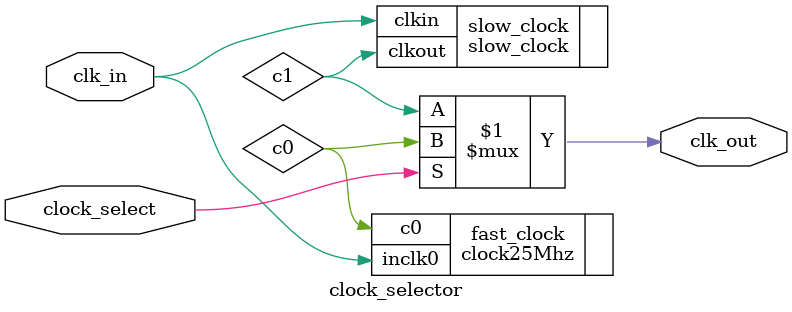
<source format=v>
module clock_selector(input clk_in,
							input clock_select,
							output wire clk_out);

wire c0;
wire c1;

clock25Mhz fast_clock(.inclk0(clk_in), .c0(c0));
slow_clock slow_clock(.clkin(clk_in), .clkout(c1));

assign clk_out = clock_select? c0:c1;

endmodule
</source>
